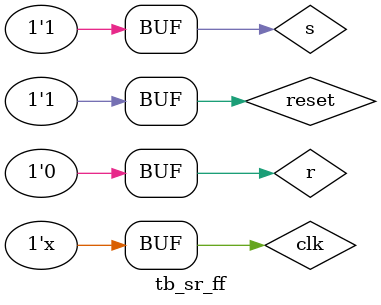
<source format=v>
`timescale 1ns / 1ps

// Name : Pratik (229) , Sanchit (233)
module tb_sr_ff;
    
reg clk;
reg reset;
reg s,r;
 
wire q_233_229;
wire q_b_233_229;

SR_FF uut ( .clk(clk), .reset(reset), .s(s), .r(r), .q_233_229(q_233_229), .q_b_233_229(q_b_233_229));
 
initial begin
 
s = 1'b0;
r = 1'b0;
reset = 1;
clk=1;
 
#10
reset=0;
s=1'b1;
r=1'b0;
 
#100
reset=0;
s=1'b0;
r=1'b1;
 
#100
reset=0;
s=1'b1;
r=1'b1;
 
#100
reset=0;
s=1'b0;
r=1'b0;
 
#100
reset=1;
s=1'b1;
r=1'b0;
 
end
always #25 clk <= ~clk;
 
endmodule

</source>
